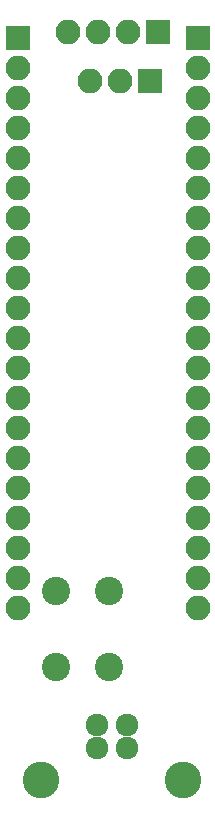
<source format=gbr>
G04 #@! TF.FileFunction,Soldermask,Bot*
%FSLAX46Y46*%
G04 Gerber Fmt 4.6, Leading zero omitted, Abs format (unit mm)*
G04 Created by KiCad (PCBNEW 4.0.7) date 10/06/20 21:35:31*
%MOMM*%
%LPD*%
G01*
G04 APERTURE LIST*
%ADD10C,0.100000*%
%ADD11R,2.100000X2.100000*%
%ADD12O,2.100000X2.100000*%
%ADD13C,2.400000*%
%ADD14C,1.920000*%
%ADD15C,3.100000*%
G04 APERTURE END LIST*
D10*
D11*
X61110000Y-34158000D03*
D12*
X61110000Y-36698000D03*
X61110000Y-39238000D03*
X61110000Y-41778000D03*
X61110000Y-44318000D03*
X61110000Y-46858000D03*
X61110000Y-49398000D03*
X61110000Y-51938000D03*
X61110000Y-54478000D03*
X61110000Y-57018000D03*
X61110000Y-59558000D03*
X61110000Y-62098000D03*
X61110000Y-64638000D03*
X61110000Y-67178000D03*
X61110000Y-69718000D03*
X61110000Y-72258000D03*
X61110000Y-74798000D03*
X61110000Y-77338000D03*
X61110000Y-79878000D03*
X61110000Y-82418000D03*
D13*
X68828000Y-87416000D03*
X64328000Y-87416000D03*
X68828000Y-80916000D03*
X64328000Y-80916000D03*
D11*
X76350000Y-34158000D03*
D12*
X76350000Y-36698000D03*
X76350000Y-39238000D03*
X76350000Y-41778000D03*
X76350000Y-44318000D03*
X76350000Y-46858000D03*
X76350000Y-49398000D03*
X76350000Y-51938000D03*
X76350000Y-54478000D03*
X76350000Y-57018000D03*
X76350000Y-59558000D03*
X76350000Y-62098000D03*
X76350000Y-64638000D03*
X76350000Y-67178000D03*
X76350000Y-69718000D03*
X76350000Y-72258000D03*
X76350000Y-74798000D03*
X76350000Y-77338000D03*
X76350000Y-79878000D03*
X76350000Y-82418000D03*
D11*
X72974200Y-33591500D03*
D12*
X70434200Y-33591500D03*
X67894200Y-33591500D03*
X65354200Y-33591500D03*
D14*
X67868000Y-92276000D03*
X70408000Y-92276000D03*
X70408000Y-94276000D03*
X67868000Y-94276000D03*
D15*
X63138000Y-96976000D03*
X75138000Y-96976000D03*
D11*
X72298000Y-37776000D03*
D12*
X69758000Y-37776000D03*
X67218000Y-37776000D03*
M02*

</source>
